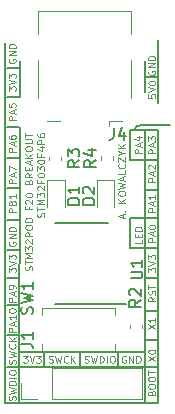
<source format=gto>
G04 #@! TF.GenerationSoftware,KiCad,Pcbnew,(5.0.0)*
G04 #@! TF.CreationDate,2018-09-15T15:06:13-04:00*
G04 #@! TF.ProjectId,STMPod,53544D506F642E6B696361645F706362,rev?*
G04 #@! TF.SameCoordinates,Original*
G04 #@! TF.FileFunction,Legend,Top*
G04 #@! TF.FilePolarity,Positive*
%FSLAX46Y46*%
G04 Gerber Fmt 4.6, Leading zero omitted, Abs format (unit mm)*
G04 Created by KiCad (PCBNEW (5.0.0)) date 09/15/18 15:06:13*
%MOMM*%
%LPD*%
G01*
G04 APERTURE LIST*
%ADD10C,0.200000*%
%ADD11C,0.100000*%
%ADD12C,0.150000*%
%ADD13C,0.120000*%
G04 APERTURE END LIST*
D10*
X169926000Y-103251000D02*
X181737000Y-103251000D01*
X168910000Y-97536000D02*
X169926000Y-97536000D01*
X168910000Y-100203000D02*
X169926000Y-100203000D01*
X178308000Y-100203000D02*
X180594000Y-100203000D01*
D11*
X178993857Y-99268000D02*
X178936714Y-99239428D01*
X178851000Y-99239428D01*
X178765285Y-99268000D01*
X178708142Y-99325142D01*
X178679571Y-99382285D01*
X178651000Y-99496571D01*
X178651000Y-99582285D01*
X178679571Y-99696571D01*
X178708142Y-99753714D01*
X178765285Y-99810857D01*
X178851000Y-99839428D01*
X178908142Y-99839428D01*
X178993857Y-99810857D01*
X179022428Y-99782285D01*
X179022428Y-99582285D01*
X178908142Y-99582285D01*
X179279571Y-99839428D02*
X179279571Y-99239428D01*
X179622428Y-99839428D01*
X179622428Y-99239428D01*
X179908142Y-99839428D02*
X179908142Y-99239428D01*
X180051000Y-99239428D01*
X180136714Y-99268000D01*
X180193857Y-99325142D01*
X180222428Y-99382285D01*
X180251000Y-99496571D01*
X180251000Y-99582285D01*
X180222428Y-99696571D01*
X180193857Y-99753714D01*
X180136714Y-99810857D01*
X180051000Y-99839428D01*
X179908142Y-99839428D01*
D10*
X178308000Y-98933000D02*
X180594000Y-98933000D01*
X179324000Y-87630000D02*
X180721000Y-87630000D01*
X179324000Y-90170000D02*
X179324000Y-87630000D01*
X180594000Y-90170000D02*
X179324000Y-90170000D01*
D11*
X180357428Y-89412714D02*
X180357428Y-89698428D01*
X179757428Y-89698428D01*
X180043142Y-89212714D02*
X180043142Y-89012714D01*
X180357428Y-88927000D02*
X180357428Y-89212714D01*
X179757428Y-89212714D01*
X179757428Y-88927000D01*
X180357428Y-88669857D02*
X179757428Y-88669857D01*
X179757428Y-88527000D01*
X179786000Y-88441285D01*
X179843142Y-88384142D01*
X179900285Y-88355571D01*
X180014571Y-88327000D01*
X180100285Y-88327000D01*
X180214571Y-88355571D01*
X180271714Y-88384142D01*
X180328857Y-88441285D01*
X180357428Y-88527000D01*
X180357428Y-88669857D01*
X172073857Y-87504142D02*
X172102428Y-87418428D01*
X172102428Y-87275571D01*
X172073857Y-87218428D01*
X172045285Y-87189857D01*
X171988142Y-87161285D01*
X171931000Y-87161285D01*
X171873857Y-87189857D01*
X171845285Y-87218428D01*
X171816714Y-87275571D01*
X171788142Y-87389857D01*
X171759571Y-87447000D01*
X171731000Y-87475571D01*
X171673857Y-87504142D01*
X171616714Y-87504142D01*
X171559571Y-87475571D01*
X171531000Y-87447000D01*
X171502428Y-87389857D01*
X171502428Y-87247000D01*
X171531000Y-87161285D01*
X171502428Y-86989857D02*
X171502428Y-86647000D01*
X172102428Y-86818428D02*
X171502428Y-86818428D01*
X172102428Y-86447000D02*
X171502428Y-86447000D01*
X171931000Y-86247000D01*
X171502428Y-86047000D01*
X172102428Y-86047000D01*
X171502428Y-85818428D02*
X171502428Y-85447000D01*
X171731000Y-85647000D01*
X171731000Y-85561285D01*
X171759571Y-85504142D01*
X171788142Y-85475571D01*
X171845285Y-85447000D01*
X171988142Y-85447000D01*
X172045285Y-85475571D01*
X172073857Y-85504142D01*
X172102428Y-85561285D01*
X172102428Y-85732714D01*
X172073857Y-85789857D01*
X172045285Y-85818428D01*
X171559571Y-85218428D02*
X171531000Y-85189857D01*
X171502428Y-85132714D01*
X171502428Y-84989857D01*
X171531000Y-84932714D01*
X171559571Y-84904142D01*
X171616714Y-84875571D01*
X171673857Y-84875571D01*
X171759571Y-84904142D01*
X172102428Y-85247000D01*
X172102428Y-84875571D01*
X171788142Y-84418428D02*
X171788142Y-84618428D01*
X172102428Y-84618428D02*
X171502428Y-84618428D01*
X171502428Y-84332714D01*
X171502428Y-83989857D02*
X171502428Y-83932714D01*
X171531000Y-83875571D01*
X171559571Y-83847000D01*
X171616714Y-83818428D01*
X171731000Y-83789857D01*
X171873857Y-83789857D01*
X171988142Y-83818428D01*
X172045285Y-83847000D01*
X172073857Y-83875571D01*
X172102428Y-83932714D01*
X172102428Y-83989857D01*
X172073857Y-84047000D01*
X172045285Y-84075571D01*
X171988142Y-84104142D01*
X171873857Y-84132714D01*
X171731000Y-84132714D01*
X171616714Y-84104142D01*
X171559571Y-84075571D01*
X171531000Y-84047000D01*
X171502428Y-83989857D01*
X171502428Y-83589857D02*
X171502428Y-83218428D01*
X171731000Y-83418428D01*
X171731000Y-83332714D01*
X171759571Y-83275571D01*
X171788142Y-83247000D01*
X171845285Y-83218428D01*
X171988142Y-83218428D01*
X172045285Y-83247000D01*
X172073857Y-83275571D01*
X172102428Y-83332714D01*
X172102428Y-83504142D01*
X172073857Y-83561285D01*
X172045285Y-83589857D01*
X171502428Y-82847000D02*
X171502428Y-82789857D01*
X171531000Y-82732714D01*
X171559571Y-82704142D01*
X171616714Y-82675571D01*
X171731000Y-82647000D01*
X171873857Y-82647000D01*
X171988142Y-82675571D01*
X172045285Y-82704142D01*
X172073857Y-82732714D01*
X172102428Y-82789857D01*
X172102428Y-82847000D01*
X172073857Y-82904142D01*
X172045285Y-82932714D01*
X171988142Y-82961285D01*
X171873857Y-82989857D01*
X171731000Y-82989857D01*
X171616714Y-82961285D01*
X171559571Y-82932714D01*
X171531000Y-82904142D01*
X171502428Y-82847000D01*
X171788142Y-82189857D02*
X171788142Y-82389857D01*
X172102428Y-82389857D02*
X171502428Y-82389857D01*
X171502428Y-82104142D01*
X171702428Y-81618428D02*
X172102428Y-81618428D01*
X171473857Y-81761285D02*
X171902428Y-81904142D01*
X171902428Y-81532714D01*
X172102428Y-81304142D02*
X171502428Y-81304142D01*
X171502428Y-81075571D01*
X171531000Y-81018428D01*
X171559571Y-80989857D01*
X171616714Y-80961285D01*
X171702428Y-80961285D01*
X171759571Y-80989857D01*
X171788142Y-81018428D01*
X171816714Y-81075571D01*
X171816714Y-81304142D01*
X171502428Y-80447000D02*
X171502428Y-80561285D01*
X171531000Y-80618428D01*
X171559571Y-80647000D01*
X171645285Y-80704142D01*
X171759571Y-80732714D01*
X171988142Y-80732714D01*
X172045285Y-80704142D01*
X172073857Y-80675571D01*
X172102428Y-80618428D01*
X172102428Y-80504142D01*
X172073857Y-80447000D01*
X172045285Y-80418428D01*
X171988142Y-80389857D01*
X171845285Y-80389857D01*
X171788142Y-80418428D01*
X171759571Y-80447000D01*
X171731000Y-80504142D01*
X171731000Y-80618428D01*
X171759571Y-80675571D01*
X171788142Y-80704142D01*
X171845285Y-80732714D01*
D10*
X175133000Y-99060000D02*
X175133000Y-100076000D01*
X172085000Y-99060000D02*
X172085000Y-100076000D01*
X178308000Y-98933000D02*
X170053000Y-98933000D01*
X178308000Y-100203000D02*
X178308000Y-98933000D01*
X172720000Y-100203000D02*
X178308000Y-100203000D01*
X172720000Y-100203000D02*
X170053000Y-100203000D01*
X181737000Y-77851000D02*
X181737000Y-72517000D01*
X181737000Y-103251000D02*
X181737000Y-80137000D01*
X179758631Y-80036815D02*
G75*
G02X180213000Y-79756000I454369J-227185D01*
G01*
X179324000Y-82677000D02*
X180594000Y-82677000D01*
X179324000Y-80137000D02*
X179324000Y-82677000D01*
X180467000Y-80137000D02*
X179324000Y-80137000D01*
X180594000Y-75692000D02*
X181610000Y-75692000D01*
D11*
X180929000Y-75133142D02*
X180900428Y-75190285D01*
X180900428Y-75276000D01*
X180929000Y-75361714D01*
X180986142Y-75418857D01*
X181043285Y-75447428D01*
X181157571Y-75476000D01*
X181243285Y-75476000D01*
X181357571Y-75447428D01*
X181414714Y-75418857D01*
X181471857Y-75361714D01*
X181500428Y-75276000D01*
X181500428Y-75218857D01*
X181471857Y-75133142D01*
X181443285Y-75104571D01*
X181243285Y-75104571D01*
X181243285Y-75218857D01*
X181500428Y-74847428D02*
X180900428Y-74847428D01*
X181500428Y-74504571D01*
X180900428Y-74504571D01*
X181500428Y-74218857D02*
X180900428Y-74218857D01*
X180900428Y-74076000D01*
X180929000Y-73990285D01*
X180986142Y-73933142D01*
X181043285Y-73904571D01*
X181157571Y-73876000D01*
X181243285Y-73876000D01*
X181357571Y-73904571D01*
X181414714Y-73933142D01*
X181471857Y-73990285D01*
X181500428Y-74076000D01*
X181500428Y-74218857D01*
D10*
X180594000Y-76962000D02*
X180594000Y-74295000D01*
D11*
X170326142Y-99239428D02*
X170697571Y-99239428D01*
X170497571Y-99468000D01*
X170583285Y-99468000D01*
X170640428Y-99496571D01*
X170669000Y-99525142D01*
X170697571Y-99582285D01*
X170697571Y-99725142D01*
X170669000Y-99782285D01*
X170640428Y-99810857D01*
X170583285Y-99839428D01*
X170411857Y-99839428D01*
X170354714Y-99810857D01*
X170326142Y-99782285D01*
X170869000Y-99239428D02*
X171069000Y-99839428D01*
X171269000Y-99239428D01*
X171411857Y-99239428D02*
X171783285Y-99239428D01*
X171583285Y-99468000D01*
X171669000Y-99468000D01*
X171726142Y-99496571D01*
X171754714Y-99525142D01*
X171783285Y-99582285D01*
X171783285Y-99725142D01*
X171754714Y-99782285D01*
X171726142Y-99810857D01*
X171669000Y-99839428D01*
X171497571Y-99839428D01*
X171440428Y-99810857D01*
X171411857Y-99782285D01*
X172494714Y-99810857D02*
X172580428Y-99839428D01*
X172723285Y-99839428D01*
X172780428Y-99810857D01*
X172809000Y-99782285D01*
X172837571Y-99725142D01*
X172837571Y-99668000D01*
X172809000Y-99610857D01*
X172780428Y-99582285D01*
X172723285Y-99553714D01*
X172609000Y-99525142D01*
X172551857Y-99496571D01*
X172523285Y-99468000D01*
X172494714Y-99410857D01*
X172494714Y-99353714D01*
X172523285Y-99296571D01*
X172551857Y-99268000D01*
X172609000Y-99239428D01*
X172751857Y-99239428D01*
X172837571Y-99268000D01*
X173037571Y-99239428D02*
X173180428Y-99839428D01*
X173294714Y-99410857D01*
X173409000Y-99839428D01*
X173551857Y-99239428D01*
X174123285Y-99782285D02*
X174094714Y-99810857D01*
X174009000Y-99839428D01*
X173951857Y-99839428D01*
X173866142Y-99810857D01*
X173809000Y-99753714D01*
X173780428Y-99696571D01*
X173751857Y-99582285D01*
X173751857Y-99496571D01*
X173780428Y-99382285D01*
X173809000Y-99325142D01*
X173866142Y-99268000D01*
X173951857Y-99239428D01*
X174009000Y-99239428D01*
X174094714Y-99268000D01*
X174123285Y-99296571D01*
X174380428Y-99839428D02*
X174380428Y-99239428D01*
X174723285Y-99839428D02*
X174466142Y-99496571D01*
X174723285Y-99239428D02*
X174380428Y-99582285D01*
X175512571Y-99810857D02*
X175598285Y-99839428D01*
X175741142Y-99839428D01*
X175798285Y-99810857D01*
X175826857Y-99782285D01*
X175855428Y-99725142D01*
X175855428Y-99668000D01*
X175826857Y-99610857D01*
X175798285Y-99582285D01*
X175741142Y-99553714D01*
X175626857Y-99525142D01*
X175569714Y-99496571D01*
X175541142Y-99468000D01*
X175512571Y-99410857D01*
X175512571Y-99353714D01*
X175541142Y-99296571D01*
X175569714Y-99268000D01*
X175626857Y-99239428D01*
X175769714Y-99239428D01*
X175855428Y-99268000D01*
X176055428Y-99239428D02*
X176198285Y-99839428D01*
X176312571Y-99410857D01*
X176426857Y-99839428D01*
X176569714Y-99239428D01*
X176798285Y-99839428D02*
X176798285Y-99239428D01*
X176941142Y-99239428D01*
X177026857Y-99268000D01*
X177084000Y-99325142D01*
X177112571Y-99382285D01*
X177141142Y-99496571D01*
X177141142Y-99582285D01*
X177112571Y-99696571D01*
X177084000Y-99753714D01*
X177026857Y-99810857D01*
X176941142Y-99839428D01*
X176798285Y-99839428D01*
X177398285Y-99839428D02*
X177398285Y-99239428D01*
X177798285Y-99239428D02*
X177912571Y-99239428D01*
X177969714Y-99268000D01*
X178026857Y-99325142D01*
X178055428Y-99439428D01*
X178055428Y-99639428D01*
X178026857Y-99753714D01*
X177969714Y-99810857D01*
X177912571Y-99839428D01*
X177798285Y-99839428D01*
X177741142Y-99810857D01*
X177684000Y-99753714D01*
X177655428Y-99639428D01*
X177655428Y-99439428D01*
X177684000Y-99325142D01*
X177741142Y-99268000D01*
X177798285Y-99239428D01*
D10*
X180594000Y-100203000D02*
X181737000Y-100203000D01*
X180594000Y-97917000D02*
X181737000Y-97917000D01*
X180594000Y-95504000D02*
X181737000Y-95504000D01*
X180594000Y-92710000D02*
X181610000Y-92710000D01*
X180594000Y-90170000D02*
X181737000Y-90170000D01*
X180594000Y-87630000D02*
X181737000Y-87630000D01*
X180594000Y-85217000D02*
X181610000Y-85217000D01*
X180594000Y-82677000D02*
X181610000Y-82677000D01*
X180594000Y-103251000D02*
X180594000Y-80137000D01*
X182118000Y-79756000D02*
X182753000Y-79756000D01*
X180213000Y-79756000D02*
X182118000Y-79756000D01*
X181229000Y-80137000D02*
X181737000Y-80137000D01*
X180467000Y-80137000D02*
X181229000Y-80137000D01*
D11*
X180900428Y-77108000D02*
X180900428Y-77393714D01*
X181186142Y-77422285D01*
X181157571Y-77393714D01*
X181129000Y-77336571D01*
X181129000Y-77193714D01*
X181157571Y-77136571D01*
X181186142Y-77108000D01*
X181243285Y-77079428D01*
X181386142Y-77079428D01*
X181443285Y-77108000D01*
X181471857Y-77136571D01*
X181500428Y-77193714D01*
X181500428Y-77336571D01*
X181471857Y-77393714D01*
X181443285Y-77422285D01*
X180900428Y-76908000D02*
X181500428Y-76708000D01*
X180900428Y-76508000D01*
X180900428Y-76193714D02*
X180900428Y-76136571D01*
X180929000Y-76079428D01*
X180957571Y-76050857D01*
X181014714Y-76022285D01*
X181129000Y-75993714D01*
X181271857Y-75993714D01*
X181386142Y-76022285D01*
X181443285Y-76050857D01*
X181471857Y-76079428D01*
X181500428Y-76136571D01*
X181500428Y-76193714D01*
X181471857Y-76250857D01*
X181443285Y-76279428D01*
X181386142Y-76308000D01*
X181271857Y-76336571D01*
X181129000Y-76336571D01*
X181014714Y-76308000D01*
X180957571Y-76279428D01*
X180929000Y-76250857D01*
X180900428Y-76193714D01*
D10*
X168910000Y-74930000D02*
X169926000Y-74930000D01*
X170053000Y-77343000D02*
X170053000Y-74295000D01*
X168910000Y-77343000D02*
X170053000Y-77343000D01*
X168910000Y-79883000D02*
X169926000Y-79883000D01*
X168910000Y-82550000D02*
X169926000Y-82550000D01*
X168910000Y-85090000D02*
X169926000Y-85090000D01*
X168910000Y-87757000D02*
X169926000Y-87757000D01*
X168910000Y-90297000D02*
X169926000Y-90297000D01*
X168910000Y-92710000D02*
X169926000Y-92710000D01*
X168910000Y-94996000D02*
X169926000Y-94996000D01*
D12*
X169926000Y-103251000D02*
X170053000Y-79883000D01*
X168783000Y-103251000D02*
X169926000Y-103251000D01*
X168783000Y-72771000D02*
X168783000Y-103251000D01*
D11*
X169118000Y-74117142D02*
X169089428Y-74174285D01*
X169089428Y-74260000D01*
X169118000Y-74345714D01*
X169175142Y-74402857D01*
X169232285Y-74431428D01*
X169346571Y-74460000D01*
X169432285Y-74460000D01*
X169546571Y-74431428D01*
X169603714Y-74402857D01*
X169660857Y-74345714D01*
X169689428Y-74260000D01*
X169689428Y-74202857D01*
X169660857Y-74117142D01*
X169632285Y-74088571D01*
X169432285Y-74088571D01*
X169432285Y-74202857D01*
X169689428Y-73831428D02*
X169089428Y-73831428D01*
X169689428Y-73488571D01*
X169089428Y-73488571D01*
X169689428Y-73202857D02*
X169089428Y-73202857D01*
X169089428Y-73060000D01*
X169118000Y-72974285D01*
X169175142Y-72917142D01*
X169232285Y-72888571D01*
X169346571Y-72860000D01*
X169432285Y-72860000D01*
X169546571Y-72888571D01*
X169603714Y-72917142D01*
X169660857Y-72974285D01*
X169689428Y-73060000D01*
X169689428Y-73202857D01*
X169089428Y-76815857D02*
X169089428Y-76444428D01*
X169318000Y-76644428D01*
X169318000Y-76558714D01*
X169346571Y-76501571D01*
X169375142Y-76473000D01*
X169432285Y-76444428D01*
X169575142Y-76444428D01*
X169632285Y-76473000D01*
X169660857Y-76501571D01*
X169689428Y-76558714D01*
X169689428Y-76730142D01*
X169660857Y-76787285D01*
X169632285Y-76815857D01*
X169089428Y-76273000D02*
X169689428Y-76073000D01*
X169089428Y-75873000D01*
X169089428Y-75730142D02*
X169089428Y-75358714D01*
X169318000Y-75558714D01*
X169318000Y-75473000D01*
X169346571Y-75415857D01*
X169375142Y-75387285D01*
X169432285Y-75358714D01*
X169575142Y-75358714D01*
X169632285Y-75387285D01*
X169660857Y-75415857D01*
X169689428Y-75473000D01*
X169689428Y-75644428D01*
X169660857Y-75701571D01*
X169632285Y-75730142D01*
X169689428Y-79313000D02*
X169089428Y-79313000D01*
X169089428Y-79084428D01*
X169118000Y-79027285D01*
X169146571Y-78998714D01*
X169203714Y-78970142D01*
X169289428Y-78970142D01*
X169346571Y-78998714D01*
X169375142Y-79027285D01*
X169403714Y-79084428D01*
X169403714Y-79313000D01*
X169518000Y-78741571D02*
X169518000Y-78455857D01*
X169689428Y-78798714D02*
X169089428Y-78598714D01*
X169689428Y-78398714D01*
X169089428Y-77913000D02*
X169089428Y-78198714D01*
X169375142Y-78227285D01*
X169346571Y-78198714D01*
X169318000Y-78141571D01*
X169318000Y-77998714D01*
X169346571Y-77941571D01*
X169375142Y-77913000D01*
X169432285Y-77884428D01*
X169575142Y-77884428D01*
X169632285Y-77913000D01*
X169660857Y-77941571D01*
X169689428Y-77998714D01*
X169689428Y-78141571D01*
X169660857Y-78198714D01*
X169632285Y-78227285D01*
X169689428Y-81980000D02*
X169089428Y-81980000D01*
X169089428Y-81751428D01*
X169118000Y-81694285D01*
X169146571Y-81665714D01*
X169203714Y-81637142D01*
X169289428Y-81637142D01*
X169346571Y-81665714D01*
X169375142Y-81694285D01*
X169403714Y-81751428D01*
X169403714Y-81980000D01*
X169518000Y-81408571D02*
X169518000Y-81122857D01*
X169689428Y-81465714D02*
X169089428Y-81265714D01*
X169689428Y-81065714D01*
X169089428Y-80608571D02*
X169089428Y-80722857D01*
X169118000Y-80780000D01*
X169146571Y-80808571D01*
X169232285Y-80865714D01*
X169346571Y-80894285D01*
X169575142Y-80894285D01*
X169632285Y-80865714D01*
X169660857Y-80837142D01*
X169689428Y-80780000D01*
X169689428Y-80665714D01*
X169660857Y-80608571D01*
X169632285Y-80580000D01*
X169575142Y-80551428D01*
X169432285Y-80551428D01*
X169375142Y-80580000D01*
X169346571Y-80608571D01*
X169318000Y-80665714D01*
X169318000Y-80780000D01*
X169346571Y-80837142D01*
X169375142Y-80865714D01*
X169432285Y-80894285D01*
X169689428Y-84647000D02*
X169089428Y-84647000D01*
X169089428Y-84418428D01*
X169118000Y-84361285D01*
X169146571Y-84332714D01*
X169203714Y-84304142D01*
X169289428Y-84304142D01*
X169346571Y-84332714D01*
X169375142Y-84361285D01*
X169403714Y-84418428D01*
X169403714Y-84647000D01*
X169518000Y-84075571D02*
X169518000Y-83789857D01*
X169689428Y-84132714D02*
X169089428Y-83932714D01*
X169689428Y-83732714D01*
X169089428Y-83589857D02*
X169089428Y-83189857D01*
X169689428Y-83447000D01*
X169689428Y-87102857D02*
X169089428Y-87102857D01*
X169089428Y-86874285D01*
X169118000Y-86817142D01*
X169146571Y-86788571D01*
X169203714Y-86760000D01*
X169289428Y-86760000D01*
X169346571Y-86788571D01*
X169375142Y-86817142D01*
X169403714Y-86874285D01*
X169403714Y-87102857D01*
X169375142Y-86302857D02*
X169403714Y-86217142D01*
X169432285Y-86188571D01*
X169489428Y-86160000D01*
X169575142Y-86160000D01*
X169632285Y-86188571D01*
X169660857Y-86217142D01*
X169689428Y-86274285D01*
X169689428Y-86502857D01*
X169089428Y-86502857D01*
X169089428Y-86302857D01*
X169118000Y-86245714D01*
X169146571Y-86217142D01*
X169203714Y-86188571D01*
X169260857Y-86188571D01*
X169318000Y-86217142D01*
X169346571Y-86245714D01*
X169375142Y-86302857D01*
X169375142Y-86502857D01*
X169689428Y-85588571D02*
X169689428Y-85931428D01*
X169689428Y-85760000D02*
X169089428Y-85760000D01*
X169175142Y-85817142D01*
X169232285Y-85874285D01*
X169260857Y-85931428D01*
X169118000Y-89611142D02*
X169089428Y-89668285D01*
X169089428Y-89754000D01*
X169118000Y-89839714D01*
X169175142Y-89896857D01*
X169232285Y-89925428D01*
X169346571Y-89954000D01*
X169432285Y-89954000D01*
X169546571Y-89925428D01*
X169603714Y-89896857D01*
X169660857Y-89839714D01*
X169689428Y-89754000D01*
X169689428Y-89696857D01*
X169660857Y-89611142D01*
X169632285Y-89582571D01*
X169432285Y-89582571D01*
X169432285Y-89696857D01*
X169689428Y-89325428D02*
X169089428Y-89325428D01*
X169689428Y-88982571D01*
X169089428Y-88982571D01*
X169689428Y-88696857D02*
X169089428Y-88696857D01*
X169089428Y-88554000D01*
X169118000Y-88468285D01*
X169175142Y-88411142D01*
X169232285Y-88382571D01*
X169346571Y-88354000D01*
X169432285Y-88354000D01*
X169546571Y-88382571D01*
X169603714Y-88411142D01*
X169660857Y-88468285D01*
X169689428Y-88554000D01*
X169689428Y-88696857D01*
X169089428Y-92182857D02*
X169089428Y-91811428D01*
X169318000Y-92011428D01*
X169318000Y-91925714D01*
X169346571Y-91868571D01*
X169375142Y-91840000D01*
X169432285Y-91811428D01*
X169575142Y-91811428D01*
X169632285Y-91840000D01*
X169660857Y-91868571D01*
X169689428Y-91925714D01*
X169689428Y-92097142D01*
X169660857Y-92154285D01*
X169632285Y-92182857D01*
X169089428Y-91640000D02*
X169689428Y-91440000D01*
X169089428Y-91240000D01*
X169089428Y-91097142D02*
X169089428Y-90725714D01*
X169318000Y-90925714D01*
X169318000Y-90840000D01*
X169346571Y-90782857D01*
X169375142Y-90754285D01*
X169432285Y-90725714D01*
X169575142Y-90725714D01*
X169632285Y-90754285D01*
X169660857Y-90782857D01*
X169689428Y-90840000D01*
X169689428Y-91011428D01*
X169660857Y-91068571D01*
X169632285Y-91097142D01*
X169689428Y-94680000D02*
X169089428Y-94680000D01*
X169089428Y-94451428D01*
X169118000Y-94394285D01*
X169146571Y-94365714D01*
X169203714Y-94337142D01*
X169289428Y-94337142D01*
X169346571Y-94365714D01*
X169375142Y-94394285D01*
X169403714Y-94451428D01*
X169403714Y-94680000D01*
X169518000Y-94108571D02*
X169518000Y-93822857D01*
X169689428Y-94165714D02*
X169089428Y-93965714D01*
X169689428Y-93765714D01*
X169689428Y-93537142D02*
X169689428Y-93422857D01*
X169660857Y-93365714D01*
X169632285Y-93337142D01*
X169546571Y-93280000D01*
X169432285Y-93251428D01*
X169203714Y-93251428D01*
X169146571Y-93280000D01*
X169118000Y-93308571D01*
X169089428Y-93365714D01*
X169089428Y-93480000D01*
X169118000Y-93537142D01*
X169146571Y-93565714D01*
X169203714Y-93594285D01*
X169346571Y-93594285D01*
X169403714Y-93565714D01*
X169432285Y-93537142D01*
X169460857Y-93480000D01*
X169460857Y-93365714D01*
X169432285Y-93308571D01*
X169403714Y-93280000D01*
X169346571Y-93251428D01*
X169689428Y-97251714D02*
X169089428Y-97251714D01*
X169089428Y-97023142D01*
X169118000Y-96966000D01*
X169146571Y-96937428D01*
X169203714Y-96908857D01*
X169289428Y-96908857D01*
X169346571Y-96937428D01*
X169375142Y-96966000D01*
X169403714Y-97023142D01*
X169403714Y-97251714D01*
X169518000Y-96680285D02*
X169518000Y-96394571D01*
X169689428Y-96737428D02*
X169089428Y-96537428D01*
X169689428Y-96337428D01*
X169689428Y-95823142D02*
X169689428Y-96166000D01*
X169689428Y-95994571D02*
X169089428Y-95994571D01*
X169175142Y-96051714D01*
X169232285Y-96108857D01*
X169260857Y-96166000D01*
X169089428Y-95451714D02*
X169089428Y-95394571D01*
X169118000Y-95337428D01*
X169146571Y-95308857D01*
X169203714Y-95280285D01*
X169318000Y-95251714D01*
X169460857Y-95251714D01*
X169575142Y-95280285D01*
X169632285Y-95308857D01*
X169660857Y-95337428D01*
X169689428Y-95394571D01*
X169689428Y-95451714D01*
X169660857Y-95508857D01*
X169632285Y-95537428D01*
X169575142Y-95566000D01*
X169460857Y-95594571D01*
X169318000Y-95594571D01*
X169203714Y-95566000D01*
X169146571Y-95537428D01*
X169118000Y-95508857D01*
X169089428Y-95451714D01*
X169660857Y-99920285D02*
X169689428Y-99834571D01*
X169689428Y-99691714D01*
X169660857Y-99634571D01*
X169632285Y-99606000D01*
X169575142Y-99577428D01*
X169518000Y-99577428D01*
X169460857Y-99606000D01*
X169432285Y-99634571D01*
X169403714Y-99691714D01*
X169375142Y-99806000D01*
X169346571Y-99863142D01*
X169318000Y-99891714D01*
X169260857Y-99920285D01*
X169203714Y-99920285D01*
X169146571Y-99891714D01*
X169118000Y-99863142D01*
X169089428Y-99806000D01*
X169089428Y-99663142D01*
X169118000Y-99577428D01*
X169089428Y-99377428D02*
X169689428Y-99234571D01*
X169260857Y-99120285D01*
X169689428Y-99006000D01*
X169089428Y-98863142D01*
X169632285Y-98291714D02*
X169660857Y-98320285D01*
X169689428Y-98406000D01*
X169689428Y-98463142D01*
X169660857Y-98548857D01*
X169603714Y-98606000D01*
X169546571Y-98634571D01*
X169432285Y-98663142D01*
X169346571Y-98663142D01*
X169232285Y-98634571D01*
X169175142Y-98606000D01*
X169118000Y-98548857D01*
X169089428Y-98463142D01*
X169089428Y-98406000D01*
X169118000Y-98320285D01*
X169146571Y-98291714D01*
X169689428Y-98034571D02*
X169089428Y-98034571D01*
X169689428Y-97691714D02*
X169346571Y-97948857D01*
X169089428Y-97691714D02*
X169432285Y-98034571D01*
X169660857Y-102998428D02*
X169689428Y-102912714D01*
X169689428Y-102769857D01*
X169660857Y-102712714D01*
X169632285Y-102684142D01*
X169575142Y-102655571D01*
X169518000Y-102655571D01*
X169460857Y-102684142D01*
X169432285Y-102712714D01*
X169403714Y-102769857D01*
X169375142Y-102884142D01*
X169346571Y-102941285D01*
X169318000Y-102969857D01*
X169260857Y-102998428D01*
X169203714Y-102998428D01*
X169146571Y-102969857D01*
X169118000Y-102941285D01*
X169089428Y-102884142D01*
X169089428Y-102741285D01*
X169118000Y-102655571D01*
X169089428Y-102455571D02*
X169689428Y-102312714D01*
X169260857Y-102198428D01*
X169689428Y-102084142D01*
X169089428Y-101941285D01*
X169689428Y-101712714D02*
X169089428Y-101712714D01*
X169089428Y-101569857D01*
X169118000Y-101484142D01*
X169175142Y-101427000D01*
X169232285Y-101398428D01*
X169346571Y-101369857D01*
X169432285Y-101369857D01*
X169546571Y-101398428D01*
X169603714Y-101427000D01*
X169660857Y-101484142D01*
X169689428Y-101569857D01*
X169689428Y-101712714D01*
X169689428Y-101112714D02*
X169089428Y-101112714D01*
X169089428Y-100712714D02*
X169089428Y-100598428D01*
X169118000Y-100541285D01*
X169175142Y-100484142D01*
X169289428Y-100455571D01*
X169489428Y-100455571D01*
X169603714Y-100484142D01*
X169660857Y-100541285D01*
X169689428Y-100598428D01*
X169689428Y-100712714D01*
X169660857Y-100769857D01*
X169603714Y-100827000D01*
X169489428Y-100855571D01*
X169289428Y-100855571D01*
X169175142Y-100827000D01*
X169118000Y-100769857D01*
X169089428Y-100712714D01*
X180357428Y-82107000D02*
X179757428Y-82107000D01*
X179757428Y-81878428D01*
X179786000Y-81821285D01*
X179814571Y-81792714D01*
X179871714Y-81764142D01*
X179957428Y-81764142D01*
X180014571Y-81792714D01*
X180043142Y-81821285D01*
X180071714Y-81878428D01*
X180071714Y-82107000D01*
X180186000Y-81535571D02*
X180186000Y-81249857D01*
X180357428Y-81592714D02*
X179757428Y-81392714D01*
X180357428Y-81192714D01*
X179957428Y-80735571D02*
X180357428Y-80735571D01*
X179728857Y-80878428D02*
X180157428Y-81021285D01*
X180157428Y-80649857D01*
X181500428Y-82107000D02*
X180900428Y-82107000D01*
X180900428Y-81878428D01*
X180929000Y-81821285D01*
X180957571Y-81792714D01*
X181014714Y-81764142D01*
X181100428Y-81764142D01*
X181157571Y-81792714D01*
X181186142Y-81821285D01*
X181214714Y-81878428D01*
X181214714Y-82107000D01*
X181329000Y-81535571D02*
X181329000Y-81249857D01*
X181500428Y-81592714D02*
X180900428Y-81392714D01*
X181500428Y-81192714D01*
X180900428Y-81049857D02*
X180900428Y-80678428D01*
X181129000Y-80878428D01*
X181129000Y-80792714D01*
X181157571Y-80735571D01*
X181186142Y-80707000D01*
X181243285Y-80678428D01*
X181386142Y-80678428D01*
X181443285Y-80707000D01*
X181471857Y-80735571D01*
X181500428Y-80792714D01*
X181500428Y-80964142D01*
X181471857Y-81021285D01*
X181443285Y-81049857D01*
X181500428Y-84520000D02*
X180900428Y-84520000D01*
X180900428Y-84291428D01*
X180929000Y-84234285D01*
X180957571Y-84205714D01*
X181014714Y-84177142D01*
X181100428Y-84177142D01*
X181157571Y-84205714D01*
X181186142Y-84234285D01*
X181214714Y-84291428D01*
X181214714Y-84520000D01*
X181329000Y-83948571D02*
X181329000Y-83662857D01*
X181500428Y-84005714D02*
X180900428Y-83805714D01*
X181500428Y-83605714D01*
X180957571Y-83434285D02*
X180929000Y-83405714D01*
X180900428Y-83348571D01*
X180900428Y-83205714D01*
X180929000Y-83148571D01*
X180957571Y-83120000D01*
X181014714Y-83091428D01*
X181071857Y-83091428D01*
X181157571Y-83120000D01*
X181500428Y-83462857D01*
X181500428Y-83091428D01*
X181500428Y-87060000D02*
X180900428Y-87060000D01*
X180900428Y-86831428D01*
X180929000Y-86774285D01*
X180957571Y-86745714D01*
X181014714Y-86717142D01*
X181100428Y-86717142D01*
X181157571Y-86745714D01*
X181186142Y-86774285D01*
X181214714Y-86831428D01*
X181214714Y-87060000D01*
X181329000Y-86488571D02*
X181329000Y-86202857D01*
X181500428Y-86545714D02*
X180900428Y-86345714D01*
X181500428Y-86145714D01*
X181500428Y-85631428D02*
X181500428Y-85974285D01*
X181500428Y-85802857D02*
X180900428Y-85802857D01*
X180986142Y-85860000D01*
X181043285Y-85917142D01*
X181071857Y-85974285D01*
X181500428Y-89600000D02*
X180900428Y-89600000D01*
X180900428Y-89371428D01*
X180929000Y-89314285D01*
X180957571Y-89285714D01*
X181014714Y-89257142D01*
X181100428Y-89257142D01*
X181157571Y-89285714D01*
X181186142Y-89314285D01*
X181214714Y-89371428D01*
X181214714Y-89600000D01*
X181329000Y-89028571D02*
X181329000Y-88742857D01*
X181500428Y-89085714D02*
X180900428Y-88885714D01*
X181500428Y-88685714D01*
X180900428Y-88371428D02*
X180900428Y-88314285D01*
X180929000Y-88257142D01*
X180957571Y-88228571D01*
X181014714Y-88200000D01*
X181129000Y-88171428D01*
X181271857Y-88171428D01*
X181386142Y-88200000D01*
X181443285Y-88228571D01*
X181471857Y-88257142D01*
X181500428Y-88314285D01*
X181500428Y-88371428D01*
X181471857Y-88428571D01*
X181443285Y-88457142D01*
X181386142Y-88485714D01*
X181271857Y-88514285D01*
X181129000Y-88514285D01*
X181014714Y-88485714D01*
X180957571Y-88457142D01*
X180929000Y-88428571D01*
X180900428Y-88371428D01*
X180900428Y-92182857D02*
X180900428Y-91811428D01*
X181129000Y-92011428D01*
X181129000Y-91925714D01*
X181157571Y-91868571D01*
X181186142Y-91840000D01*
X181243285Y-91811428D01*
X181386142Y-91811428D01*
X181443285Y-91840000D01*
X181471857Y-91868571D01*
X181500428Y-91925714D01*
X181500428Y-92097142D01*
X181471857Y-92154285D01*
X181443285Y-92182857D01*
X180900428Y-91640000D02*
X181500428Y-91440000D01*
X180900428Y-91240000D01*
X180900428Y-91097142D02*
X180900428Y-90725714D01*
X181129000Y-90925714D01*
X181129000Y-90840000D01*
X181157571Y-90782857D01*
X181186142Y-90754285D01*
X181243285Y-90725714D01*
X181386142Y-90725714D01*
X181443285Y-90754285D01*
X181471857Y-90782857D01*
X181500428Y-90840000D01*
X181500428Y-91011428D01*
X181471857Y-91068571D01*
X181443285Y-91097142D01*
X181500428Y-94308571D02*
X181214714Y-94508571D01*
X181500428Y-94651428D02*
X180900428Y-94651428D01*
X180900428Y-94422857D01*
X180929000Y-94365714D01*
X180957571Y-94337142D01*
X181014714Y-94308571D01*
X181100428Y-94308571D01*
X181157571Y-94337142D01*
X181186142Y-94365714D01*
X181214714Y-94422857D01*
X181214714Y-94651428D01*
X181471857Y-94080000D02*
X181500428Y-93994285D01*
X181500428Y-93851428D01*
X181471857Y-93794285D01*
X181443285Y-93765714D01*
X181386142Y-93737142D01*
X181329000Y-93737142D01*
X181271857Y-93765714D01*
X181243285Y-93794285D01*
X181214714Y-93851428D01*
X181186142Y-93965714D01*
X181157571Y-94022857D01*
X181129000Y-94051428D01*
X181071857Y-94080000D01*
X181014714Y-94080000D01*
X180957571Y-94051428D01*
X180929000Y-94022857D01*
X180900428Y-93965714D01*
X180900428Y-93822857D01*
X180929000Y-93737142D01*
X180900428Y-93565714D02*
X180900428Y-93222857D01*
X181500428Y-93394285D02*
X180900428Y-93394285D01*
X180900428Y-97005714D02*
X181500428Y-96605714D01*
X180900428Y-96605714D02*
X181500428Y-97005714D01*
X181500428Y-96062857D02*
X181500428Y-96405714D01*
X181500428Y-96234285D02*
X180900428Y-96234285D01*
X180986142Y-96291428D01*
X181043285Y-96348571D01*
X181071857Y-96405714D01*
X180900428Y-99672714D02*
X181500428Y-99272714D01*
X180900428Y-99272714D02*
X181500428Y-99672714D01*
X180900428Y-98929857D02*
X180900428Y-98872714D01*
X180929000Y-98815571D01*
X180957571Y-98787000D01*
X181014714Y-98758428D01*
X181129000Y-98729857D01*
X181271857Y-98729857D01*
X181386142Y-98758428D01*
X181443285Y-98787000D01*
X181471857Y-98815571D01*
X181500428Y-98872714D01*
X181500428Y-98929857D01*
X181471857Y-98987000D01*
X181443285Y-99015571D01*
X181386142Y-99044142D01*
X181271857Y-99072714D01*
X181129000Y-99072714D01*
X181014714Y-99044142D01*
X180957571Y-99015571D01*
X180929000Y-98987000D01*
X180900428Y-98929857D01*
X181186142Y-102414285D02*
X181214714Y-102328571D01*
X181243285Y-102300000D01*
X181300428Y-102271428D01*
X181386142Y-102271428D01*
X181443285Y-102300000D01*
X181471857Y-102328571D01*
X181500428Y-102385714D01*
X181500428Y-102614285D01*
X180900428Y-102614285D01*
X180900428Y-102414285D01*
X180929000Y-102357142D01*
X180957571Y-102328571D01*
X181014714Y-102300000D01*
X181071857Y-102300000D01*
X181129000Y-102328571D01*
X181157571Y-102357142D01*
X181186142Y-102414285D01*
X181186142Y-102614285D01*
X180900428Y-101900000D02*
X180900428Y-101785714D01*
X180929000Y-101728571D01*
X180986142Y-101671428D01*
X181100428Y-101642857D01*
X181300428Y-101642857D01*
X181414714Y-101671428D01*
X181471857Y-101728571D01*
X181500428Y-101785714D01*
X181500428Y-101900000D01*
X181471857Y-101957142D01*
X181414714Y-102014285D01*
X181300428Y-102042857D01*
X181100428Y-102042857D01*
X180986142Y-102014285D01*
X180929000Y-101957142D01*
X180900428Y-101900000D01*
X180900428Y-101271428D02*
X180900428Y-101157142D01*
X180929000Y-101100000D01*
X180986142Y-101042857D01*
X181100428Y-101014285D01*
X181300428Y-101014285D01*
X181414714Y-101042857D01*
X181471857Y-101100000D01*
X181500428Y-101157142D01*
X181500428Y-101271428D01*
X181471857Y-101328571D01*
X181414714Y-101385714D01*
X181300428Y-101414285D01*
X181100428Y-101414285D01*
X180986142Y-101385714D01*
X180929000Y-101328571D01*
X180900428Y-101271428D01*
X180900428Y-100842857D02*
X180900428Y-100500000D01*
X181500428Y-100671428D02*
X180900428Y-100671428D01*
X178789000Y-87569285D02*
X178789000Y-87283571D01*
X178960428Y-87626428D02*
X178360428Y-87426428D01*
X178960428Y-87226428D01*
X178903285Y-87026428D02*
X178931857Y-86997857D01*
X178960428Y-87026428D01*
X178931857Y-87055000D01*
X178903285Y-87026428D01*
X178960428Y-87026428D01*
X178960428Y-86283571D02*
X178360428Y-86283571D01*
X178960428Y-85940714D02*
X178617571Y-86197857D01*
X178360428Y-85940714D02*
X178703285Y-86283571D01*
X178360428Y-85569285D02*
X178360428Y-85455000D01*
X178389000Y-85397857D01*
X178446142Y-85340714D01*
X178560428Y-85312142D01*
X178760428Y-85312142D01*
X178874714Y-85340714D01*
X178931857Y-85397857D01*
X178960428Y-85455000D01*
X178960428Y-85569285D01*
X178931857Y-85626428D01*
X178874714Y-85683571D01*
X178760428Y-85712142D01*
X178560428Y-85712142D01*
X178446142Y-85683571D01*
X178389000Y-85626428D01*
X178360428Y-85569285D01*
X178360428Y-85112142D02*
X178960428Y-84969285D01*
X178531857Y-84855000D01*
X178960428Y-84740714D01*
X178360428Y-84597857D01*
X178789000Y-84397857D02*
X178789000Y-84112142D01*
X178960428Y-84455000D02*
X178360428Y-84255000D01*
X178960428Y-84055000D01*
X178960428Y-83569285D02*
X178960428Y-83855000D01*
X178360428Y-83855000D01*
X178903285Y-83026428D02*
X178931857Y-83055000D01*
X178960428Y-83140714D01*
X178960428Y-83197857D01*
X178931857Y-83283571D01*
X178874714Y-83340714D01*
X178817571Y-83369285D01*
X178703285Y-83397857D01*
X178617571Y-83397857D01*
X178503285Y-83369285D01*
X178446142Y-83340714D01*
X178389000Y-83283571D01*
X178360428Y-83197857D01*
X178360428Y-83140714D01*
X178389000Y-83055000D01*
X178417571Y-83026428D01*
X178360428Y-82826428D02*
X178360428Y-82426428D01*
X178960428Y-82826428D01*
X178960428Y-82426428D01*
X178674714Y-82083571D02*
X178960428Y-82083571D01*
X178360428Y-82283571D02*
X178674714Y-82083571D01*
X178360428Y-81883571D01*
X178960428Y-81683571D02*
X178360428Y-81683571D01*
X178960428Y-81340714D02*
X178617571Y-81597857D01*
X178360428Y-81340714D02*
X178703285Y-81683571D01*
X171057857Y-92033000D02*
X171086428Y-91947285D01*
X171086428Y-91804428D01*
X171057857Y-91747285D01*
X171029285Y-91718714D01*
X170972142Y-91690142D01*
X170915000Y-91690142D01*
X170857857Y-91718714D01*
X170829285Y-91747285D01*
X170800714Y-91804428D01*
X170772142Y-91918714D01*
X170743571Y-91975857D01*
X170715000Y-92004428D01*
X170657857Y-92033000D01*
X170600714Y-92033000D01*
X170543571Y-92004428D01*
X170515000Y-91975857D01*
X170486428Y-91918714D01*
X170486428Y-91775857D01*
X170515000Y-91690142D01*
X170486428Y-91518714D02*
X170486428Y-91175857D01*
X171086428Y-91347285D02*
X170486428Y-91347285D01*
X171086428Y-90975857D02*
X170486428Y-90975857D01*
X170915000Y-90775857D01*
X170486428Y-90575857D01*
X171086428Y-90575857D01*
X170486428Y-90347285D02*
X170486428Y-89975857D01*
X170715000Y-90175857D01*
X170715000Y-90090142D01*
X170743571Y-90033000D01*
X170772142Y-90004428D01*
X170829285Y-89975857D01*
X170972142Y-89975857D01*
X171029285Y-90004428D01*
X171057857Y-90033000D01*
X171086428Y-90090142D01*
X171086428Y-90261571D01*
X171057857Y-90318714D01*
X171029285Y-90347285D01*
X170543571Y-89747285D02*
X170515000Y-89718714D01*
X170486428Y-89661571D01*
X170486428Y-89518714D01*
X170515000Y-89461571D01*
X170543571Y-89433000D01*
X170600714Y-89404428D01*
X170657857Y-89404428D01*
X170743571Y-89433000D01*
X171086428Y-89775857D01*
X171086428Y-89404428D01*
X171086428Y-89147285D02*
X170486428Y-89147285D01*
X170486428Y-88918714D01*
X170515000Y-88861571D01*
X170543571Y-88833000D01*
X170600714Y-88804428D01*
X170686428Y-88804428D01*
X170743571Y-88833000D01*
X170772142Y-88861571D01*
X170800714Y-88918714D01*
X170800714Y-89147285D01*
X170486428Y-88433000D02*
X170486428Y-88318714D01*
X170515000Y-88261571D01*
X170572142Y-88204428D01*
X170686428Y-88175857D01*
X170886428Y-88175857D01*
X171000714Y-88204428D01*
X171057857Y-88261571D01*
X171086428Y-88318714D01*
X171086428Y-88433000D01*
X171057857Y-88490142D01*
X171000714Y-88547285D01*
X170886428Y-88575857D01*
X170686428Y-88575857D01*
X170572142Y-88547285D01*
X170515000Y-88490142D01*
X170486428Y-88433000D01*
X171086428Y-87918714D02*
X170486428Y-87918714D01*
X170486428Y-87775857D01*
X170515000Y-87690142D01*
X170572142Y-87633000D01*
X170629285Y-87604428D01*
X170743571Y-87575857D01*
X170829285Y-87575857D01*
X170943571Y-87604428D01*
X171000714Y-87633000D01*
X171057857Y-87690142D01*
X171086428Y-87775857D01*
X171086428Y-87918714D01*
X170772142Y-86661571D02*
X170772142Y-86861571D01*
X171086428Y-86861571D02*
X170486428Y-86861571D01*
X170486428Y-86575857D01*
X170543571Y-86375857D02*
X170515000Y-86347285D01*
X170486428Y-86290142D01*
X170486428Y-86147285D01*
X170515000Y-86090142D01*
X170543571Y-86061571D01*
X170600714Y-86033000D01*
X170657857Y-86033000D01*
X170743571Y-86061571D01*
X171086428Y-86404428D01*
X171086428Y-86033000D01*
X170486428Y-85661571D02*
X170486428Y-85604428D01*
X170515000Y-85547285D01*
X170543571Y-85518714D01*
X170600714Y-85490142D01*
X170715000Y-85461571D01*
X170857857Y-85461571D01*
X170972142Y-85490142D01*
X171029285Y-85518714D01*
X171057857Y-85547285D01*
X171086428Y-85604428D01*
X171086428Y-85661571D01*
X171057857Y-85718714D01*
X171029285Y-85747285D01*
X170972142Y-85775857D01*
X170857857Y-85804428D01*
X170715000Y-85804428D01*
X170600714Y-85775857D01*
X170543571Y-85747285D01*
X170515000Y-85718714D01*
X170486428Y-85661571D01*
X170772142Y-84547285D02*
X170800714Y-84461571D01*
X170829285Y-84433000D01*
X170886428Y-84404428D01*
X170972142Y-84404428D01*
X171029285Y-84433000D01*
X171057857Y-84461571D01*
X171086428Y-84518714D01*
X171086428Y-84747285D01*
X170486428Y-84747285D01*
X170486428Y-84547285D01*
X170515000Y-84490142D01*
X170543571Y-84461571D01*
X170600714Y-84433000D01*
X170657857Y-84433000D01*
X170715000Y-84461571D01*
X170743571Y-84490142D01*
X170772142Y-84547285D01*
X170772142Y-84747285D01*
X171086428Y-83804428D02*
X170800714Y-84004428D01*
X171086428Y-84147285D02*
X170486428Y-84147285D01*
X170486428Y-83918714D01*
X170515000Y-83861571D01*
X170543571Y-83833000D01*
X170600714Y-83804428D01*
X170686428Y-83804428D01*
X170743571Y-83833000D01*
X170772142Y-83861571D01*
X170800714Y-83918714D01*
X170800714Y-84147285D01*
X170772142Y-83547285D02*
X170772142Y-83347285D01*
X171086428Y-83261571D02*
X171086428Y-83547285D01*
X170486428Y-83547285D01*
X170486428Y-83261571D01*
X170915000Y-83033000D02*
X170915000Y-82747285D01*
X171086428Y-83090142D02*
X170486428Y-82890142D01*
X171086428Y-82690142D01*
X171086428Y-82490142D02*
X170486428Y-82490142D01*
X171086428Y-82147285D02*
X170743571Y-82404428D01*
X170486428Y-82147285D02*
X170829285Y-82490142D01*
X170486428Y-81775857D02*
X170486428Y-81661571D01*
X170515000Y-81604428D01*
X170572142Y-81547285D01*
X170686428Y-81518714D01*
X170886428Y-81518714D01*
X171000714Y-81547285D01*
X171057857Y-81604428D01*
X171086428Y-81661571D01*
X171086428Y-81775857D01*
X171057857Y-81833000D01*
X171000714Y-81890142D01*
X170886428Y-81918714D01*
X170686428Y-81918714D01*
X170572142Y-81890142D01*
X170515000Y-81833000D01*
X170486428Y-81775857D01*
X170486428Y-81261571D02*
X170972142Y-81261571D01*
X171029285Y-81233000D01*
X171057857Y-81204428D01*
X171086428Y-81147285D01*
X171086428Y-81033000D01*
X171057857Y-80975857D01*
X171029285Y-80947285D01*
X170972142Y-80918714D01*
X170486428Y-80918714D01*
X170486428Y-80718714D02*
X170486428Y-80375857D01*
X171086428Y-80547285D02*
X170486428Y-80547285D01*
D13*
G04 #@! TO.C,SW1*
X171906000Y-98878000D02*
X171906000Y-98228000D01*
X171906000Y-95178000D02*
X171906000Y-95828000D01*
X178106000Y-95828000D02*
X178106000Y-95178000D01*
X178106000Y-98878000D02*
X178106000Y-98228000D01*
X171906000Y-98878000D02*
X178106000Y-98878000D01*
X178106000Y-95178000D02*
X171906000Y-95178000D01*
D12*
G04 #@! TO.C,U1*
X177485000Y-87990000D02*
X173035000Y-87990000D01*
X179010000Y-94890000D02*
X173035000Y-94890000D01*
D13*
G04 #@! TO.C,J1*
X180400000Y-102930000D02*
X180400000Y-100270000D01*
X172720000Y-102930000D02*
X180400000Y-102930000D01*
X172720000Y-100270000D02*
X180400000Y-100270000D01*
X172720000Y-102930000D02*
X172720000Y-100270000D01*
X171450000Y-102930000D02*
X170120000Y-102930000D01*
X170120000Y-102930000D02*
X170120000Y-101600000D01*
G04 #@! TO.C,J4*
X171604000Y-70036000D02*
X179424000Y-70036000D01*
X177624000Y-79356000D02*
X177624000Y-79786000D01*
X171604000Y-70036000D02*
X171604000Y-71986000D01*
X171604000Y-74206000D02*
X171604000Y-77436000D01*
X173404000Y-79356000D02*
X172324000Y-79356000D01*
X178704000Y-79356000D02*
X177624000Y-79356000D01*
X179424000Y-74206000D02*
X179424000Y-77436000D01*
X179424000Y-70036000D02*
X179424000Y-71986000D01*
G04 #@! TO.C,R2*
X180342000Y-96611221D02*
X180342000Y-96936779D01*
X179322000Y-96611221D02*
X179322000Y-96936779D01*
G04 #@! TO.C,R3*
X173484000Y-82712779D02*
X173484000Y-82387221D01*
X172464000Y-82712779D02*
X172464000Y-82387221D01*
G04 #@! TO.C,R4*
X176909000Y-82687279D02*
X176909000Y-82361721D01*
X177929000Y-82687279D02*
X177929000Y-82361721D01*
G04 #@! TO.C,D1*
X173836000Y-86652000D02*
X173836000Y-84367000D01*
X173836000Y-84367000D02*
X172366000Y-84367000D01*
X172366000Y-84367000D02*
X172366000Y-86652000D01*
G04 #@! TO.C,D2*
X176557000Y-84367000D02*
X176557000Y-86652000D01*
X178027000Y-84367000D02*
X176557000Y-84367000D01*
X178027000Y-86652000D02*
X178027000Y-84367000D01*
G04 #@! TO.C,SW1*
D12*
X171092761Y-95694333D02*
X171140380Y-95551476D01*
X171140380Y-95313380D01*
X171092761Y-95218142D01*
X171045142Y-95170523D01*
X170949904Y-95122904D01*
X170854666Y-95122904D01*
X170759428Y-95170523D01*
X170711809Y-95218142D01*
X170664190Y-95313380D01*
X170616571Y-95503857D01*
X170568952Y-95599095D01*
X170521333Y-95646714D01*
X170426095Y-95694333D01*
X170330857Y-95694333D01*
X170235619Y-95646714D01*
X170188000Y-95599095D01*
X170140380Y-95503857D01*
X170140380Y-95265761D01*
X170188000Y-95122904D01*
X170140380Y-94789571D02*
X171140380Y-94551476D01*
X170426095Y-94361000D01*
X171140380Y-94170523D01*
X170140380Y-93932428D01*
X171140380Y-93027666D02*
X171140380Y-93599095D01*
X171140380Y-93313380D02*
X170140380Y-93313380D01*
X170283238Y-93408619D01*
X170378476Y-93503857D01*
X170426095Y-93599095D01*
G04 #@! TO.C,U1*
X179411380Y-92709904D02*
X180220904Y-92709904D01*
X180316142Y-92662285D01*
X180363761Y-92614666D01*
X180411380Y-92519428D01*
X180411380Y-92328952D01*
X180363761Y-92233714D01*
X180316142Y-92186095D01*
X180220904Y-92138476D01*
X179411380Y-92138476D01*
X180411380Y-91138476D02*
X180411380Y-91709904D01*
X180411380Y-91424190D02*
X179411380Y-91424190D01*
X179554238Y-91519428D01*
X179649476Y-91614666D01*
X179697095Y-91709904D01*
G04 #@! TO.C,J1*
X170140380Y-98250333D02*
X170854666Y-98250333D01*
X170997523Y-98297952D01*
X171092761Y-98393190D01*
X171140380Y-98536047D01*
X171140380Y-98631285D01*
X171140380Y-97250333D02*
X171140380Y-97821761D01*
X171140380Y-97536047D02*
X170140380Y-97536047D01*
X170283238Y-97631285D01*
X170378476Y-97726523D01*
X170426095Y-97821761D01*
G04 #@! TO.C,J4*
X177974666Y-79970380D02*
X177974666Y-80684666D01*
X177927047Y-80827523D01*
X177831809Y-80922761D01*
X177688952Y-80970380D01*
X177593714Y-80970380D01*
X178879428Y-80303714D02*
X178879428Y-80970380D01*
X178641333Y-79922761D02*
X178403238Y-80637047D01*
X179022285Y-80637047D01*
G04 #@! TO.C,R2*
X180284380Y-94527666D02*
X179808190Y-94861000D01*
X180284380Y-95099095D02*
X179284380Y-95099095D01*
X179284380Y-94718142D01*
X179332000Y-94622904D01*
X179379619Y-94575285D01*
X179474857Y-94527666D01*
X179617714Y-94527666D01*
X179712952Y-94575285D01*
X179760571Y-94622904D01*
X179808190Y-94718142D01*
X179808190Y-95099095D01*
X179379619Y-94146714D02*
X179332000Y-94099095D01*
X179284380Y-94003857D01*
X179284380Y-93765761D01*
X179332000Y-93670523D01*
X179379619Y-93622904D01*
X179474857Y-93575285D01*
X179570095Y-93575285D01*
X179712952Y-93622904D01*
X180284380Y-94194333D01*
X180284380Y-93575285D01*
G04 #@! TO.C,R3*
X175077380Y-82716666D02*
X174601190Y-83050000D01*
X175077380Y-83288095D02*
X174077380Y-83288095D01*
X174077380Y-82907142D01*
X174125000Y-82811904D01*
X174172619Y-82764285D01*
X174267857Y-82716666D01*
X174410714Y-82716666D01*
X174505952Y-82764285D01*
X174553571Y-82811904D01*
X174601190Y-82907142D01*
X174601190Y-83288095D01*
X174077380Y-82383333D02*
X174077380Y-81764285D01*
X174458333Y-82097619D01*
X174458333Y-81954761D01*
X174505952Y-81859523D01*
X174553571Y-81811904D01*
X174648809Y-81764285D01*
X174886904Y-81764285D01*
X174982142Y-81811904D01*
X175029761Y-81859523D01*
X175077380Y-81954761D01*
X175077380Y-82240476D01*
X175029761Y-82335714D01*
X174982142Y-82383333D01*
G04 #@! TO.C,R4*
X176441380Y-82691166D02*
X175965190Y-83024500D01*
X176441380Y-83262595D02*
X175441380Y-83262595D01*
X175441380Y-82881642D01*
X175489000Y-82786404D01*
X175536619Y-82738785D01*
X175631857Y-82691166D01*
X175774714Y-82691166D01*
X175869952Y-82738785D01*
X175917571Y-82786404D01*
X175965190Y-82881642D01*
X175965190Y-83262595D01*
X175774714Y-81834023D02*
X176441380Y-81834023D01*
X175393761Y-82072119D02*
X176108047Y-82310214D01*
X176108047Y-81691166D01*
G04 #@! TO.C,D1*
X175077380Y-86463095D02*
X174077380Y-86463095D01*
X174077380Y-86225000D01*
X174125000Y-86082142D01*
X174220238Y-85986904D01*
X174315476Y-85939285D01*
X174505952Y-85891666D01*
X174648809Y-85891666D01*
X174839285Y-85939285D01*
X174934523Y-85986904D01*
X175029761Y-86082142D01*
X175077380Y-86225000D01*
X175077380Y-86463095D01*
X175077380Y-84939285D02*
X175077380Y-85510714D01*
X175077380Y-85225000D02*
X174077380Y-85225000D01*
X174220238Y-85320238D01*
X174315476Y-85415476D01*
X174363095Y-85510714D01*
G04 #@! TO.C,D2*
X176347380Y-86463095D02*
X175347380Y-86463095D01*
X175347380Y-86225000D01*
X175395000Y-86082142D01*
X175490238Y-85986904D01*
X175585476Y-85939285D01*
X175775952Y-85891666D01*
X175918809Y-85891666D01*
X176109285Y-85939285D01*
X176204523Y-85986904D01*
X176299761Y-86082142D01*
X176347380Y-86225000D01*
X176347380Y-86463095D01*
X175442619Y-85510714D02*
X175395000Y-85463095D01*
X175347380Y-85367857D01*
X175347380Y-85129761D01*
X175395000Y-85034523D01*
X175442619Y-84986904D01*
X175537857Y-84939285D01*
X175633095Y-84939285D01*
X175775952Y-84986904D01*
X176347380Y-85558333D01*
X176347380Y-84939285D01*
G04 #@! TD*
M02*

</source>
